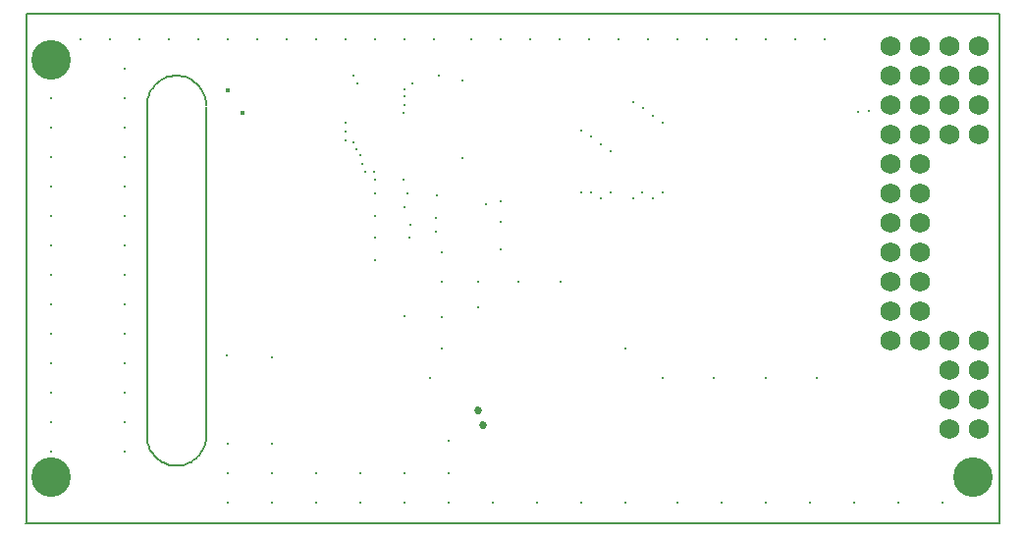
<source format=gbr>
%FSTAX23Y23*%
%MOIN*%
%SFA1B1*%

%IPPOS*%
%ADD17C,0.005000*%
%ADD40C,0.068000*%
%ADD41C,0.134000*%
%ADD42C,0.008000*%
%ADD43C,0.027000*%
%ADD44C,0.017000*%
%LNmb542b-1*%
%LPD*%
G54D17*
X-02525Y-01325D02*
D01*
X-02524Y-01331*
X-02524Y-01338*
X-02522Y-01345*
X-02521Y-01352*
X-02518Y-01359*
X-02516Y-01365*
X-02513Y-01371*
X-02509Y-01377*
X-02505Y-01383*
X-02501Y-01389*
X-02496Y-01394*
X-02491Y-01399*
X-02486Y-01403*
X-0248Y-01407*
X-02475Y-01411*
X-02468Y-01414*
X-02462Y-01417*
X-02455Y-0142*
X-02449Y-01422*
X-02442Y-01423*
X-02435Y-01424*
X-02428Y-01424*
X-02421*
X-02414Y-01424*
X-02407Y-01423*
X-024Y-01422*
X-02394Y-0142*
X-02387Y-01417*
X-02381Y-01414*
X-02374Y-01411*
X-02369Y-01407*
X-02363Y-01403*
X-02358Y-01399*
X-02353Y-01394*
X-02348Y-01389*
X-02344Y-01383*
X-0234Y-01377*
X-02336Y-01371*
X-02333Y-01365*
X-02331Y-01359*
X-02328Y-01352*
X-02327Y-01345*
X-02325Y-01338*
X-02325Y-01331*
X-02325Y-01325*
Y-002D02*
D01*
X-02325Y-00193*
X-02325Y-00186*
X-02327Y-00179*
X-02328Y-00172*
X-02331Y-00165*
X-02333Y-00159*
X-02336Y-00153*
X-0234Y-00147*
X-02344Y-00141*
X-02348Y-00135*
X-02353Y-0013*
X-02358Y-00125*
X-02363Y-00121*
X-02369Y-00117*
X-02375Y-00113*
X-02381Y-0011*
X-02387Y-00107*
X-02394Y-00104*
X-024Y-00102*
X-02407Y-00101*
X-02414Y-001*
X-02421Y-001*
X-02428*
X-02435Y-001*
X-02442Y-00101*
X-02449Y-00102*
X-02455Y-00104*
X-02462Y-00107*
X-02468Y-0011*
X-02475Y-00113*
X-0248Y-00117*
X-02486Y-00121*
X-02491Y-00125*
X-02496Y-0013*
X-02501Y-00135*
X-02505Y-00141*
X-02509Y-00147*
X-02513Y-00153*
X-02516Y-00159*
X-02518Y-00165*
X-02521Y-00172*
X-02522Y-00179*
X-02524Y-00186*
X-02524Y-00193*
X-02525Y-002*
X-02938Y-0162D02*
X0037D01*
X-02935D02*
Y0011D01*
X-02325Y-01325D02*
Y-00205D01*
X-02525Y-01325D02*
Y-002D01*
X0037Y-0162D02*
Y00112D01*
Y-0162D03*
X-02935Y0011D02*
X0037Y00112D01*
G54D40*
X0Y-002D03*
Y-003D03*
Y-004D03*
Y-005D03*
Y-006D03*
Y-007D03*
Y-008D03*
Y-009D03*
Y-01D03*
X001Y-002D03*
Y-003D03*
Y-004D03*
Y-005D03*
Y-006D03*
Y-007D03*
Y-008D03*
Y-009D03*
Y-01D03*
X0Y-001D03*
X001Y0D03*
Y-001D03*
X0Y0D03*
X003Y-013D03*
X002D03*
X003Y-012D03*
X002D03*
X003Y-011D03*
X002D03*
X003Y-01D03*
X002D03*
X003Y-003D03*
X002D03*
X003Y-002D03*
X002D03*
X003Y-001D03*
X002D03*
X003Y0D03*
X002D03*
G54D41*
X-02849Y-00045D03*
Y-01463D03*
D03*
X00281D03*
G54D42*
X-021Y-01055D03*
X-02255Y-0105D03*
X-015Y-0134D03*
X-01325Y-0069D03*
Y-00595D03*
X-0164Y-005D03*
X-01452Y-0038D03*
X-01655Y-00225D03*
X-0165Y-002D03*
X-01542Y-00584D03*
X-0154Y-00505D03*
X-01535Y-001D03*
X-01825D03*
X-0181Y-00125D03*
X-01625D03*
X-0165Y-00145D03*
Y-0017D03*
Y-00545D03*
X-01545Y-0063D03*
X-0185Y-0026D03*
Y-0029D03*
Y-0032D03*
X-01825Y-00325D03*
X-01815Y-0035D03*
X-018Y-0037D03*
X-01795Y-004D03*
X-01785Y-00425D03*
X-01755D03*
X-01751Y-00451D03*
X-01325Y-00525D03*
X-01525Y-01025D03*
X-0275Y00025D03*
X-0265D03*
X-01525Y-0092D03*
X-01565Y-01125D03*
X-026Y-00175D03*
Y-00276D03*
Y-00376D03*
Y-01075D03*
Y-01175D03*
Y-01276D03*
Y-01376D03*
X-0285Y-00175D03*
Y-00276D03*
Y-00376D03*
Y-01075D03*
Y-01175D03*
Y-01276D03*
Y-01375D03*
X-0155Y00025D03*
X-0165D03*
X-0175D03*
X-0185D03*
X-0195D03*
X-0205D03*
X-0215D03*
X-0225D03*
X-0235D03*
X-0245D03*
X-0255D03*
X-00225D03*
X-00325D03*
X-00425D03*
X-00525D03*
X-00625D03*
X-00725D03*
X-00825D03*
X-00925D03*
X-01025D03*
X-01125D03*
X-01225D03*
X-01325D03*
X-01425D03*
X-0225Y-0155D03*
Y-0145D03*
Y-0135D03*
X-0285Y-00975D03*
Y-00875D03*
Y-00775D03*
Y-00675D03*
Y-00575D03*
Y-00475D03*
Y-00375D03*
Y-00275D03*
Y-00175D03*
X-0195Y-0145D03*
Y-0155D03*
X-018Y-0145D03*
Y-0155D03*
X-0135D03*
X-012D03*
X-0105D03*
X-009D03*
X-00725D03*
X-00125D03*
X-00575D03*
X-00425D03*
X-00275D03*
X00025D03*
X00175D03*
X-00775Y-01125D03*
X-0025D03*
X-00425D03*
X-006D03*
X-009Y-01025D03*
X-021Y-0155D03*
Y-0145D03*
Y-0135D03*
X-026Y-00975D03*
Y-00875D03*
Y-00775D03*
Y-00675D03*
Y-00575D03*
Y-00475D03*
Y-00375D03*
Y-00275D03*
Y-00175D03*
Y-00075D03*
X-015Y-0155D03*
Y-0145D03*
X-0165Y-0155D03*
Y-0145D03*
X-0112Y-008D03*
X-01265D03*
X-01525Y-007D03*
X-014Y-008D03*
Y-00885D03*
X-01525Y-008D03*
X-01635Y-0065D03*
X-0163Y-00607D03*
X-0175Y-00725D03*
X-01749Y-0065D03*
X-0175Y-00575D03*
X-01749Y-005D03*
X-0105Y-00495D03*
X-01017Y-00497D03*
X-00983Y-00517D03*
X-0095Y-00495D03*
X-00875Y-00515D03*
X-00842Y-00497D03*
X-00808Y-00517D03*
X-00775Y-00495D03*
X-0105Y-00285D03*
X-01017Y-00307D03*
X-00983Y-00332D03*
X-0095Y-00355D03*
X-01455Y-00115D03*
X-00073Y-0022D03*
X-0011Y-00223D03*
X-00875Y-0019D03*
X-0084Y-0021D03*
X-00808Y-00237D03*
X-00775Y-0026D03*
X-01653Y-00453D03*
X-01375Y-00535D03*
X-0165Y-00915D03*
G54D43*
X-014Y-01235D03*
X-01385Y-01285D03*
G54D44*
X-0225Y-0015D03*
X-022Y-00225D03*
M02*
</source>
